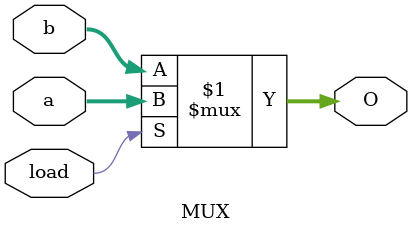
<source format=v>
`timescale 1ns / 1ps
/*******************************************************************
*
* Module: module_MUX.v
* Project: Archetchture_project
* Author: Mariam Abulela     900141674
          Nada Badawy        900171975
          Mohamed Al-Awadly  900163100
* Description: Mux that select its output based on the signal of the load
*
* Change history: 07/10/19  creat the module
* 28/10/19  Edit the module 
*
**********************************************************************/

module MUX #(parameter n=32) ( 
input [n-1:0] a, 
input [n-1:0] b, 
input load, 
output [n-1:0] O);

assign O= load ? a: b;

endmodule
</source>
